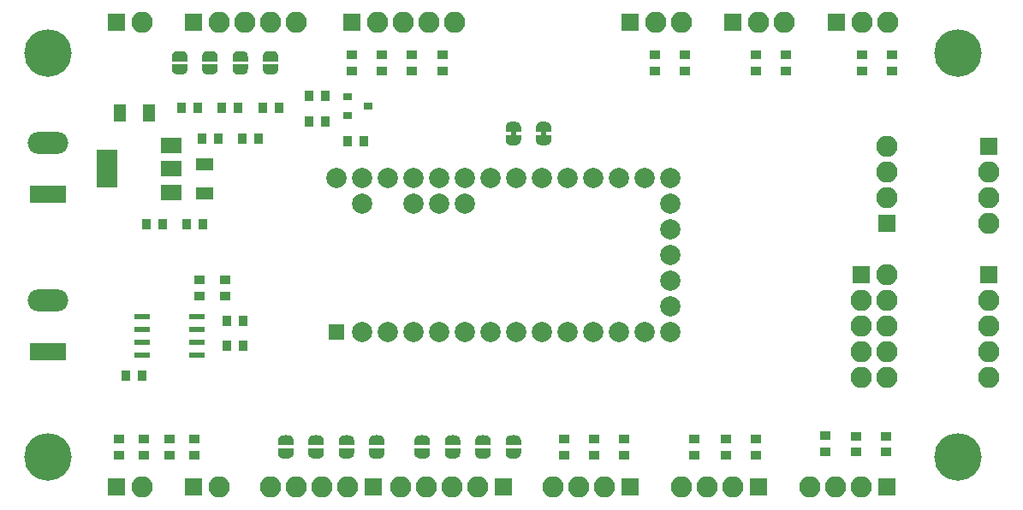
<source format=gts>
G04 #@! TF.GenerationSoftware,KiCad,Pcbnew,5.0.0-rc2-unknown-2cb65f9~65~ubuntu17.10.1*
G04 #@! TF.CreationDate,2018-06-03T22:22:17-07:00*
G04 #@! TF.ProjectId,mcu_controller,6D63755F636F6E74726F6C6C65722E6B,rev?*
G04 #@! TF.SameCoordinates,Original*
G04 #@! TF.FileFunction,Soldermask,Top*
G04 #@! TF.FilePolarity,Negative*
%FSLAX46Y46*%
G04 Gerber Fmt 4.6, Leading zero omitted, Abs format (unit mm)*
G04 Created by KiCad (PCBNEW 5.0.0-rc2-unknown-2cb65f9~65~ubuntu17.10.1) date Sun Jun  3 22:22:17 2018*
%MOMM*%
%LPD*%
G01*
G04 APERTURE LIST*
%ADD10R,1.700000X1.700000*%
%ADD11O,2.100000X2.100000*%
%ADD12R,1.000000X0.820000*%
%ADD13R,0.900000X0.800000*%
%ADD14R,2.000000X3.800000*%
%ADD15R,2.000000X1.500000*%
%ADD16R,1.500000X0.500000*%
%ADD17C,0.100000*%
%ADD18C,1.000000*%
%ADD19C,4.700000*%
%ADD20R,0.820000X1.000000*%
%ADD21R,1.220000X1.800000*%
%ADD22R,1.800000X1.220000*%
%ADD23R,3.600000X1.800000*%
%ADD24O,4.000000X2.200000*%
%ADD25R,0.600000X0.500000*%
%ADD26R,1.550000X0.600000*%
%ADD27R,1.600000X1.600000*%
%ADD28C,2.000000*%
G04 APERTURE END LIST*
D10*
G04 #@! TO.C,J20*
X185420000Y-127000000D03*
D11*
X187960000Y-127000000D03*
X185420000Y-129540000D03*
X187960000Y-129540000D03*
X185420000Y-132080000D03*
X187960000Y-132080000D03*
X185420000Y-134620000D03*
X187960000Y-134620000D03*
X185420000Y-137160000D03*
X187960000Y-137160000D03*
G04 #@! TD*
D12*
G04 #@! TO.C,R47*
X156000000Y-144800000D03*
X156000000Y-143200000D03*
G04 #@! TD*
G04 #@! TO.C,R46*
X168900000Y-143200000D03*
X168900000Y-144800000D03*
G04 #@! TD*
G04 #@! TO.C,R45*
X181900000Y-144500000D03*
X181900000Y-142900000D03*
G04 #@! TD*
D13*
G04 #@! TO.C,D2*
X134634394Y-109346305D03*
X134634394Y-111246305D03*
X136634394Y-110296305D03*
G04 #@! TD*
D14*
G04 #@! TO.C,U2*
X110850000Y-116500000D03*
D15*
X117150000Y-116500000D03*
X117150000Y-114200000D03*
X117150000Y-118800000D03*
G04 #@! TD*
D16*
G04 #@! TO.C,R29*
X148000000Y-143600000D03*
X148000000Y-144400000D03*
D17*
G36*
X148299009Y-144152407D02*
X148347545Y-144159606D01*
X148395142Y-144171529D01*
X148441342Y-144188059D01*
X148485698Y-144209038D01*
X148527785Y-144234264D01*
X148567197Y-144263494D01*
X148603553Y-144296446D01*
X148636505Y-144332802D01*
X148665735Y-144372214D01*
X148690961Y-144414301D01*
X148711940Y-144458657D01*
X148728470Y-144504857D01*
X148740393Y-144552454D01*
X148747592Y-144600990D01*
X148750000Y-144649999D01*
X148750000Y-144650001D01*
X148747592Y-144699010D01*
X148740393Y-144747546D01*
X148728470Y-144795143D01*
X148711940Y-144841343D01*
X148690961Y-144885699D01*
X148665735Y-144927786D01*
X148636505Y-144967198D01*
X148603553Y-145003554D01*
X148567197Y-145036506D01*
X148527785Y-145065736D01*
X148485698Y-145090962D01*
X148441342Y-145111941D01*
X148395142Y-145128471D01*
X148347545Y-145140394D01*
X148299009Y-145147593D01*
X148250000Y-145150001D01*
X147750000Y-145150001D01*
X147700991Y-145147593D01*
X147652455Y-145140394D01*
X147604858Y-145128471D01*
X147558658Y-145111941D01*
X147514302Y-145090962D01*
X147472215Y-145065736D01*
X147432803Y-145036506D01*
X147396447Y-145003554D01*
X147363495Y-144967198D01*
X147334265Y-144927786D01*
X147309039Y-144885699D01*
X147288060Y-144841343D01*
X147271530Y-144795143D01*
X147259607Y-144747546D01*
X147252408Y-144699010D01*
X147250000Y-144650001D01*
X147250000Y-144649999D01*
X147252408Y-144600990D01*
X147259607Y-144552454D01*
X147271530Y-144504857D01*
X147288060Y-144458657D01*
X147309039Y-144414301D01*
X147334265Y-144372214D01*
X147363495Y-144332802D01*
X147396447Y-144296446D01*
X147432803Y-144263494D01*
X147472215Y-144234264D01*
X147514302Y-144209038D01*
X147558658Y-144188059D01*
X147604858Y-144171529D01*
X147652455Y-144159606D01*
X147700991Y-144152407D01*
X147750000Y-144149999D01*
X148250000Y-144149999D01*
X148299009Y-144152407D01*
X148299009Y-144152407D01*
G37*
D18*
X148000000Y-144650000D03*
D17*
G36*
X148299009Y-142852407D02*
X148347545Y-142859606D01*
X148395142Y-142871529D01*
X148441342Y-142888059D01*
X148485698Y-142909038D01*
X148527785Y-142934264D01*
X148567197Y-142963494D01*
X148603553Y-142996446D01*
X148636505Y-143032802D01*
X148665735Y-143072214D01*
X148690961Y-143114301D01*
X148711940Y-143158657D01*
X148728470Y-143204857D01*
X148740393Y-143252454D01*
X148747592Y-143300990D01*
X148750000Y-143349999D01*
X148750000Y-143350001D01*
X148747592Y-143399010D01*
X148740393Y-143447546D01*
X148728470Y-143495143D01*
X148711940Y-143541343D01*
X148690961Y-143585699D01*
X148665735Y-143627786D01*
X148636505Y-143667198D01*
X148603553Y-143703554D01*
X148567197Y-143736506D01*
X148527785Y-143765736D01*
X148485698Y-143790962D01*
X148441342Y-143811941D01*
X148395142Y-143828471D01*
X148347545Y-143840394D01*
X148299009Y-143847593D01*
X148250000Y-143850001D01*
X147750000Y-143850001D01*
X147700991Y-143847593D01*
X147652455Y-143840394D01*
X147604858Y-143828471D01*
X147558658Y-143811941D01*
X147514302Y-143790962D01*
X147472215Y-143765736D01*
X147432803Y-143736506D01*
X147396447Y-143703554D01*
X147363495Y-143667198D01*
X147334265Y-143627786D01*
X147309039Y-143585699D01*
X147288060Y-143541343D01*
X147271530Y-143495143D01*
X147259607Y-143447546D01*
X147252408Y-143399010D01*
X147250000Y-143350001D01*
X147250000Y-143349999D01*
X147252408Y-143300990D01*
X147259607Y-143252454D01*
X147271530Y-143204857D01*
X147288060Y-143158657D01*
X147309039Y-143114301D01*
X147334265Y-143072214D01*
X147363495Y-143032802D01*
X147396447Y-142996446D01*
X147432803Y-142963494D01*
X147472215Y-142934264D01*
X147514302Y-142909038D01*
X147558658Y-142888059D01*
X147604858Y-142871529D01*
X147652455Y-142859606D01*
X147700991Y-142852407D01*
X147750000Y-142849999D01*
X148250000Y-142849999D01*
X148299009Y-142852407D01*
X148299009Y-142852407D01*
G37*
D18*
X148000000Y-143350000D03*
G04 #@! TD*
D17*
G04 #@! TO.C,R28*
G36*
X151299009Y-142852407D02*
X151347545Y-142859606D01*
X151395142Y-142871529D01*
X151441342Y-142888059D01*
X151485698Y-142909038D01*
X151527785Y-142934264D01*
X151567197Y-142963494D01*
X151603553Y-142996446D01*
X151636505Y-143032802D01*
X151665735Y-143072214D01*
X151690961Y-143114301D01*
X151711940Y-143158657D01*
X151728470Y-143204857D01*
X151740393Y-143252454D01*
X151747592Y-143300990D01*
X151750000Y-143349999D01*
X151750000Y-143350001D01*
X151747592Y-143399010D01*
X151740393Y-143447546D01*
X151728470Y-143495143D01*
X151711940Y-143541343D01*
X151690961Y-143585699D01*
X151665735Y-143627786D01*
X151636505Y-143667198D01*
X151603553Y-143703554D01*
X151567197Y-143736506D01*
X151527785Y-143765736D01*
X151485698Y-143790962D01*
X151441342Y-143811941D01*
X151395142Y-143828471D01*
X151347545Y-143840394D01*
X151299009Y-143847593D01*
X151250000Y-143850001D01*
X150750000Y-143850001D01*
X150700991Y-143847593D01*
X150652455Y-143840394D01*
X150604858Y-143828471D01*
X150558658Y-143811941D01*
X150514302Y-143790962D01*
X150472215Y-143765736D01*
X150432803Y-143736506D01*
X150396447Y-143703554D01*
X150363495Y-143667198D01*
X150334265Y-143627786D01*
X150309039Y-143585699D01*
X150288060Y-143541343D01*
X150271530Y-143495143D01*
X150259607Y-143447546D01*
X150252408Y-143399010D01*
X150250000Y-143350001D01*
X150250000Y-143349999D01*
X150252408Y-143300990D01*
X150259607Y-143252454D01*
X150271530Y-143204857D01*
X150288060Y-143158657D01*
X150309039Y-143114301D01*
X150334265Y-143072214D01*
X150363495Y-143032802D01*
X150396447Y-142996446D01*
X150432803Y-142963494D01*
X150472215Y-142934264D01*
X150514302Y-142909038D01*
X150558658Y-142888059D01*
X150604858Y-142871529D01*
X150652455Y-142859606D01*
X150700991Y-142852407D01*
X150750000Y-142849999D01*
X151250000Y-142849999D01*
X151299009Y-142852407D01*
X151299009Y-142852407D01*
G37*
D18*
X151000000Y-143350000D03*
D17*
G36*
X151299009Y-144152407D02*
X151347545Y-144159606D01*
X151395142Y-144171529D01*
X151441342Y-144188059D01*
X151485698Y-144209038D01*
X151527785Y-144234264D01*
X151567197Y-144263494D01*
X151603553Y-144296446D01*
X151636505Y-144332802D01*
X151665735Y-144372214D01*
X151690961Y-144414301D01*
X151711940Y-144458657D01*
X151728470Y-144504857D01*
X151740393Y-144552454D01*
X151747592Y-144600990D01*
X151750000Y-144649999D01*
X151750000Y-144650001D01*
X151747592Y-144699010D01*
X151740393Y-144747546D01*
X151728470Y-144795143D01*
X151711940Y-144841343D01*
X151690961Y-144885699D01*
X151665735Y-144927786D01*
X151636505Y-144967198D01*
X151603553Y-145003554D01*
X151567197Y-145036506D01*
X151527785Y-145065736D01*
X151485698Y-145090962D01*
X151441342Y-145111941D01*
X151395142Y-145128471D01*
X151347545Y-145140394D01*
X151299009Y-145147593D01*
X151250000Y-145150001D01*
X150750000Y-145150001D01*
X150700991Y-145147593D01*
X150652455Y-145140394D01*
X150604858Y-145128471D01*
X150558658Y-145111941D01*
X150514302Y-145090962D01*
X150472215Y-145065736D01*
X150432803Y-145036506D01*
X150396447Y-145003554D01*
X150363495Y-144967198D01*
X150334265Y-144927786D01*
X150309039Y-144885699D01*
X150288060Y-144841343D01*
X150271530Y-144795143D01*
X150259607Y-144747546D01*
X150252408Y-144699010D01*
X150250000Y-144650001D01*
X150250000Y-144649999D01*
X150252408Y-144600990D01*
X150259607Y-144552454D01*
X150271530Y-144504857D01*
X150288060Y-144458657D01*
X150309039Y-144414301D01*
X150334265Y-144372214D01*
X150363495Y-144332802D01*
X150396447Y-144296446D01*
X150432803Y-144263494D01*
X150472215Y-144234264D01*
X150514302Y-144209038D01*
X150558658Y-144188059D01*
X150604858Y-144171529D01*
X150652455Y-144159606D01*
X150700991Y-144152407D01*
X150750000Y-144149999D01*
X151250000Y-144149999D01*
X151299009Y-144152407D01*
X151299009Y-144152407D01*
G37*
D18*
X151000000Y-144650000D03*
D16*
X151000000Y-144400000D03*
X151000000Y-143600000D03*
G04 #@! TD*
G04 #@! TO.C,R7*
X118000000Y-105600000D03*
X118000000Y-106400000D03*
D17*
G36*
X118299009Y-106152407D02*
X118347545Y-106159606D01*
X118395142Y-106171529D01*
X118441342Y-106188059D01*
X118485698Y-106209038D01*
X118527785Y-106234264D01*
X118567197Y-106263494D01*
X118603553Y-106296446D01*
X118636505Y-106332802D01*
X118665735Y-106372214D01*
X118690961Y-106414301D01*
X118711940Y-106458657D01*
X118728470Y-106504857D01*
X118740393Y-106552454D01*
X118747592Y-106600990D01*
X118750000Y-106649999D01*
X118750000Y-106650001D01*
X118747592Y-106699010D01*
X118740393Y-106747546D01*
X118728470Y-106795143D01*
X118711940Y-106841343D01*
X118690961Y-106885699D01*
X118665735Y-106927786D01*
X118636505Y-106967198D01*
X118603553Y-107003554D01*
X118567197Y-107036506D01*
X118527785Y-107065736D01*
X118485698Y-107090962D01*
X118441342Y-107111941D01*
X118395142Y-107128471D01*
X118347545Y-107140394D01*
X118299009Y-107147593D01*
X118250000Y-107150001D01*
X117750000Y-107150001D01*
X117700991Y-107147593D01*
X117652455Y-107140394D01*
X117604858Y-107128471D01*
X117558658Y-107111941D01*
X117514302Y-107090962D01*
X117472215Y-107065736D01*
X117432803Y-107036506D01*
X117396447Y-107003554D01*
X117363495Y-106967198D01*
X117334265Y-106927786D01*
X117309039Y-106885699D01*
X117288060Y-106841343D01*
X117271530Y-106795143D01*
X117259607Y-106747546D01*
X117252408Y-106699010D01*
X117250000Y-106650001D01*
X117250000Y-106649999D01*
X117252408Y-106600990D01*
X117259607Y-106552454D01*
X117271530Y-106504857D01*
X117288060Y-106458657D01*
X117309039Y-106414301D01*
X117334265Y-106372214D01*
X117363495Y-106332802D01*
X117396447Y-106296446D01*
X117432803Y-106263494D01*
X117472215Y-106234264D01*
X117514302Y-106209038D01*
X117558658Y-106188059D01*
X117604858Y-106171529D01*
X117652455Y-106159606D01*
X117700991Y-106152407D01*
X117750000Y-106149999D01*
X118250000Y-106149999D01*
X118299009Y-106152407D01*
X118299009Y-106152407D01*
G37*
D18*
X118000000Y-106650000D03*
D17*
G36*
X118299009Y-104852407D02*
X118347545Y-104859606D01*
X118395142Y-104871529D01*
X118441342Y-104888059D01*
X118485698Y-104909038D01*
X118527785Y-104934264D01*
X118567197Y-104963494D01*
X118603553Y-104996446D01*
X118636505Y-105032802D01*
X118665735Y-105072214D01*
X118690961Y-105114301D01*
X118711940Y-105158657D01*
X118728470Y-105204857D01*
X118740393Y-105252454D01*
X118747592Y-105300990D01*
X118750000Y-105349999D01*
X118750000Y-105350001D01*
X118747592Y-105399010D01*
X118740393Y-105447546D01*
X118728470Y-105495143D01*
X118711940Y-105541343D01*
X118690961Y-105585699D01*
X118665735Y-105627786D01*
X118636505Y-105667198D01*
X118603553Y-105703554D01*
X118567197Y-105736506D01*
X118527785Y-105765736D01*
X118485698Y-105790962D01*
X118441342Y-105811941D01*
X118395142Y-105828471D01*
X118347545Y-105840394D01*
X118299009Y-105847593D01*
X118250000Y-105850001D01*
X117750000Y-105850001D01*
X117700991Y-105847593D01*
X117652455Y-105840394D01*
X117604858Y-105828471D01*
X117558658Y-105811941D01*
X117514302Y-105790962D01*
X117472215Y-105765736D01*
X117432803Y-105736506D01*
X117396447Y-105703554D01*
X117363495Y-105667198D01*
X117334265Y-105627786D01*
X117309039Y-105585699D01*
X117288060Y-105541343D01*
X117271530Y-105495143D01*
X117259607Y-105447546D01*
X117252408Y-105399010D01*
X117250000Y-105350001D01*
X117250000Y-105349999D01*
X117252408Y-105300990D01*
X117259607Y-105252454D01*
X117271530Y-105204857D01*
X117288060Y-105158657D01*
X117309039Y-105114301D01*
X117334265Y-105072214D01*
X117363495Y-105032802D01*
X117396447Y-104996446D01*
X117432803Y-104963494D01*
X117472215Y-104934264D01*
X117514302Y-104909038D01*
X117558658Y-104888059D01*
X117604858Y-104871529D01*
X117652455Y-104859606D01*
X117700991Y-104852407D01*
X117750000Y-104849999D01*
X118250000Y-104849999D01*
X118299009Y-104852407D01*
X118299009Y-104852407D01*
G37*
D18*
X118000000Y-105350000D03*
G04 #@! TD*
D17*
G04 #@! TO.C,R30*
G36*
X145299009Y-142852407D02*
X145347545Y-142859606D01*
X145395142Y-142871529D01*
X145441342Y-142888059D01*
X145485698Y-142909038D01*
X145527785Y-142934264D01*
X145567197Y-142963494D01*
X145603553Y-142996446D01*
X145636505Y-143032802D01*
X145665735Y-143072214D01*
X145690961Y-143114301D01*
X145711940Y-143158657D01*
X145728470Y-143204857D01*
X145740393Y-143252454D01*
X145747592Y-143300990D01*
X145750000Y-143349999D01*
X145750000Y-143350001D01*
X145747592Y-143399010D01*
X145740393Y-143447546D01*
X145728470Y-143495143D01*
X145711940Y-143541343D01*
X145690961Y-143585699D01*
X145665735Y-143627786D01*
X145636505Y-143667198D01*
X145603553Y-143703554D01*
X145567197Y-143736506D01*
X145527785Y-143765736D01*
X145485698Y-143790962D01*
X145441342Y-143811941D01*
X145395142Y-143828471D01*
X145347545Y-143840394D01*
X145299009Y-143847593D01*
X145250000Y-143850001D01*
X144750000Y-143850001D01*
X144700991Y-143847593D01*
X144652455Y-143840394D01*
X144604858Y-143828471D01*
X144558658Y-143811941D01*
X144514302Y-143790962D01*
X144472215Y-143765736D01*
X144432803Y-143736506D01*
X144396447Y-143703554D01*
X144363495Y-143667198D01*
X144334265Y-143627786D01*
X144309039Y-143585699D01*
X144288060Y-143541343D01*
X144271530Y-143495143D01*
X144259607Y-143447546D01*
X144252408Y-143399010D01*
X144250000Y-143350001D01*
X144250000Y-143349999D01*
X144252408Y-143300990D01*
X144259607Y-143252454D01*
X144271530Y-143204857D01*
X144288060Y-143158657D01*
X144309039Y-143114301D01*
X144334265Y-143072214D01*
X144363495Y-143032802D01*
X144396447Y-142996446D01*
X144432803Y-142963494D01*
X144472215Y-142934264D01*
X144514302Y-142909038D01*
X144558658Y-142888059D01*
X144604858Y-142871529D01*
X144652455Y-142859606D01*
X144700991Y-142852407D01*
X144750000Y-142849999D01*
X145250000Y-142849999D01*
X145299009Y-142852407D01*
X145299009Y-142852407D01*
G37*
D18*
X145000000Y-143350000D03*
D17*
G36*
X145299009Y-144152407D02*
X145347545Y-144159606D01*
X145395142Y-144171529D01*
X145441342Y-144188059D01*
X145485698Y-144209038D01*
X145527785Y-144234264D01*
X145567197Y-144263494D01*
X145603553Y-144296446D01*
X145636505Y-144332802D01*
X145665735Y-144372214D01*
X145690961Y-144414301D01*
X145711940Y-144458657D01*
X145728470Y-144504857D01*
X145740393Y-144552454D01*
X145747592Y-144600990D01*
X145750000Y-144649999D01*
X145750000Y-144650001D01*
X145747592Y-144699010D01*
X145740393Y-144747546D01*
X145728470Y-144795143D01*
X145711940Y-144841343D01*
X145690961Y-144885699D01*
X145665735Y-144927786D01*
X145636505Y-144967198D01*
X145603553Y-145003554D01*
X145567197Y-145036506D01*
X145527785Y-145065736D01*
X145485698Y-145090962D01*
X145441342Y-145111941D01*
X145395142Y-145128471D01*
X145347545Y-145140394D01*
X145299009Y-145147593D01*
X145250000Y-145150001D01*
X144750000Y-145150001D01*
X144700991Y-145147593D01*
X144652455Y-145140394D01*
X144604858Y-145128471D01*
X144558658Y-145111941D01*
X144514302Y-145090962D01*
X144472215Y-145065736D01*
X144432803Y-145036506D01*
X144396447Y-145003554D01*
X144363495Y-144967198D01*
X144334265Y-144927786D01*
X144309039Y-144885699D01*
X144288060Y-144841343D01*
X144271530Y-144795143D01*
X144259607Y-144747546D01*
X144252408Y-144699010D01*
X144250000Y-144650001D01*
X144250000Y-144649999D01*
X144252408Y-144600990D01*
X144259607Y-144552454D01*
X144271530Y-144504857D01*
X144288060Y-144458657D01*
X144309039Y-144414301D01*
X144334265Y-144372214D01*
X144363495Y-144332802D01*
X144396447Y-144296446D01*
X144432803Y-144263494D01*
X144472215Y-144234264D01*
X144514302Y-144209038D01*
X144558658Y-144188059D01*
X144604858Y-144171529D01*
X144652455Y-144159606D01*
X144700991Y-144152407D01*
X144750000Y-144149999D01*
X145250000Y-144149999D01*
X145299009Y-144152407D01*
X145299009Y-144152407D01*
G37*
D18*
X145000000Y-144650000D03*
D16*
X145000000Y-144400000D03*
X145000000Y-143600000D03*
G04 #@! TD*
G04 #@! TO.C,R31*
X142000000Y-143600000D03*
X142000000Y-144400000D03*
D17*
G36*
X142299009Y-144152407D02*
X142347545Y-144159606D01*
X142395142Y-144171529D01*
X142441342Y-144188059D01*
X142485698Y-144209038D01*
X142527785Y-144234264D01*
X142567197Y-144263494D01*
X142603553Y-144296446D01*
X142636505Y-144332802D01*
X142665735Y-144372214D01*
X142690961Y-144414301D01*
X142711940Y-144458657D01*
X142728470Y-144504857D01*
X142740393Y-144552454D01*
X142747592Y-144600990D01*
X142750000Y-144649999D01*
X142750000Y-144650001D01*
X142747592Y-144699010D01*
X142740393Y-144747546D01*
X142728470Y-144795143D01*
X142711940Y-144841343D01*
X142690961Y-144885699D01*
X142665735Y-144927786D01*
X142636505Y-144967198D01*
X142603553Y-145003554D01*
X142567197Y-145036506D01*
X142527785Y-145065736D01*
X142485698Y-145090962D01*
X142441342Y-145111941D01*
X142395142Y-145128471D01*
X142347545Y-145140394D01*
X142299009Y-145147593D01*
X142250000Y-145150001D01*
X141750000Y-145150001D01*
X141700991Y-145147593D01*
X141652455Y-145140394D01*
X141604858Y-145128471D01*
X141558658Y-145111941D01*
X141514302Y-145090962D01*
X141472215Y-145065736D01*
X141432803Y-145036506D01*
X141396447Y-145003554D01*
X141363495Y-144967198D01*
X141334265Y-144927786D01*
X141309039Y-144885699D01*
X141288060Y-144841343D01*
X141271530Y-144795143D01*
X141259607Y-144747546D01*
X141252408Y-144699010D01*
X141250000Y-144650001D01*
X141250000Y-144649999D01*
X141252408Y-144600990D01*
X141259607Y-144552454D01*
X141271530Y-144504857D01*
X141288060Y-144458657D01*
X141309039Y-144414301D01*
X141334265Y-144372214D01*
X141363495Y-144332802D01*
X141396447Y-144296446D01*
X141432803Y-144263494D01*
X141472215Y-144234264D01*
X141514302Y-144209038D01*
X141558658Y-144188059D01*
X141604858Y-144171529D01*
X141652455Y-144159606D01*
X141700991Y-144152407D01*
X141750000Y-144149999D01*
X142250000Y-144149999D01*
X142299009Y-144152407D01*
X142299009Y-144152407D01*
G37*
D18*
X142000000Y-144650000D03*
D17*
G36*
X142299009Y-142852407D02*
X142347545Y-142859606D01*
X142395142Y-142871529D01*
X142441342Y-142888059D01*
X142485698Y-142909038D01*
X142527785Y-142934264D01*
X142567197Y-142963494D01*
X142603553Y-142996446D01*
X142636505Y-143032802D01*
X142665735Y-143072214D01*
X142690961Y-143114301D01*
X142711940Y-143158657D01*
X142728470Y-143204857D01*
X142740393Y-143252454D01*
X142747592Y-143300990D01*
X142750000Y-143349999D01*
X142750000Y-143350001D01*
X142747592Y-143399010D01*
X142740393Y-143447546D01*
X142728470Y-143495143D01*
X142711940Y-143541343D01*
X142690961Y-143585699D01*
X142665735Y-143627786D01*
X142636505Y-143667198D01*
X142603553Y-143703554D01*
X142567197Y-143736506D01*
X142527785Y-143765736D01*
X142485698Y-143790962D01*
X142441342Y-143811941D01*
X142395142Y-143828471D01*
X142347545Y-143840394D01*
X142299009Y-143847593D01*
X142250000Y-143850001D01*
X141750000Y-143850001D01*
X141700991Y-143847593D01*
X141652455Y-143840394D01*
X141604858Y-143828471D01*
X141558658Y-143811941D01*
X141514302Y-143790962D01*
X141472215Y-143765736D01*
X141432803Y-143736506D01*
X141396447Y-143703554D01*
X141363495Y-143667198D01*
X141334265Y-143627786D01*
X141309039Y-143585699D01*
X141288060Y-143541343D01*
X141271530Y-143495143D01*
X141259607Y-143447546D01*
X141252408Y-143399010D01*
X141250000Y-143350001D01*
X141250000Y-143349999D01*
X141252408Y-143300990D01*
X141259607Y-143252454D01*
X141271530Y-143204857D01*
X141288060Y-143158657D01*
X141309039Y-143114301D01*
X141334265Y-143072214D01*
X141363495Y-143032802D01*
X141396447Y-142996446D01*
X141432803Y-142963494D01*
X141472215Y-142934264D01*
X141514302Y-142909038D01*
X141558658Y-142888059D01*
X141604858Y-142871529D01*
X141652455Y-142859606D01*
X141700991Y-142852407D01*
X141750000Y-142849999D01*
X142250000Y-142849999D01*
X142299009Y-142852407D01*
X142299009Y-142852407D01*
G37*
D18*
X142000000Y-143350000D03*
G04 #@! TD*
D17*
G04 #@! TO.C,R32*
G36*
X137799009Y-142852407D02*
X137847545Y-142859606D01*
X137895142Y-142871529D01*
X137941342Y-142888059D01*
X137985698Y-142909038D01*
X138027785Y-142934264D01*
X138067197Y-142963494D01*
X138103553Y-142996446D01*
X138136505Y-143032802D01*
X138165735Y-143072214D01*
X138190961Y-143114301D01*
X138211940Y-143158657D01*
X138228470Y-143204857D01*
X138240393Y-143252454D01*
X138247592Y-143300990D01*
X138250000Y-143349999D01*
X138250000Y-143350001D01*
X138247592Y-143399010D01*
X138240393Y-143447546D01*
X138228470Y-143495143D01*
X138211940Y-143541343D01*
X138190961Y-143585699D01*
X138165735Y-143627786D01*
X138136505Y-143667198D01*
X138103553Y-143703554D01*
X138067197Y-143736506D01*
X138027785Y-143765736D01*
X137985698Y-143790962D01*
X137941342Y-143811941D01*
X137895142Y-143828471D01*
X137847545Y-143840394D01*
X137799009Y-143847593D01*
X137750000Y-143850001D01*
X137250000Y-143850001D01*
X137200991Y-143847593D01*
X137152455Y-143840394D01*
X137104858Y-143828471D01*
X137058658Y-143811941D01*
X137014302Y-143790962D01*
X136972215Y-143765736D01*
X136932803Y-143736506D01*
X136896447Y-143703554D01*
X136863495Y-143667198D01*
X136834265Y-143627786D01*
X136809039Y-143585699D01*
X136788060Y-143541343D01*
X136771530Y-143495143D01*
X136759607Y-143447546D01*
X136752408Y-143399010D01*
X136750000Y-143350001D01*
X136750000Y-143349999D01*
X136752408Y-143300990D01*
X136759607Y-143252454D01*
X136771530Y-143204857D01*
X136788060Y-143158657D01*
X136809039Y-143114301D01*
X136834265Y-143072214D01*
X136863495Y-143032802D01*
X136896447Y-142996446D01*
X136932803Y-142963494D01*
X136972215Y-142934264D01*
X137014302Y-142909038D01*
X137058658Y-142888059D01*
X137104858Y-142871529D01*
X137152455Y-142859606D01*
X137200991Y-142852407D01*
X137250000Y-142849999D01*
X137750000Y-142849999D01*
X137799009Y-142852407D01*
X137799009Y-142852407D01*
G37*
D18*
X137500000Y-143350000D03*
D17*
G36*
X137799009Y-144152407D02*
X137847545Y-144159606D01*
X137895142Y-144171529D01*
X137941342Y-144188059D01*
X137985698Y-144209038D01*
X138027785Y-144234264D01*
X138067197Y-144263494D01*
X138103553Y-144296446D01*
X138136505Y-144332802D01*
X138165735Y-144372214D01*
X138190961Y-144414301D01*
X138211940Y-144458657D01*
X138228470Y-144504857D01*
X138240393Y-144552454D01*
X138247592Y-144600990D01*
X138250000Y-144649999D01*
X138250000Y-144650001D01*
X138247592Y-144699010D01*
X138240393Y-144747546D01*
X138228470Y-144795143D01*
X138211940Y-144841343D01*
X138190961Y-144885699D01*
X138165735Y-144927786D01*
X138136505Y-144967198D01*
X138103553Y-145003554D01*
X138067197Y-145036506D01*
X138027785Y-145065736D01*
X137985698Y-145090962D01*
X137941342Y-145111941D01*
X137895142Y-145128471D01*
X137847545Y-145140394D01*
X137799009Y-145147593D01*
X137750000Y-145150001D01*
X137250000Y-145150001D01*
X137200991Y-145147593D01*
X137152455Y-145140394D01*
X137104858Y-145128471D01*
X137058658Y-145111941D01*
X137014302Y-145090962D01*
X136972215Y-145065736D01*
X136932803Y-145036506D01*
X136896447Y-145003554D01*
X136863495Y-144967198D01*
X136834265Y-144927786D01*
X136809039Y-144885699D01*
X136788060Y-144841343D01*
X136771530Y-144795143D01*
X136759607Y-144747546D01*
X136752408Y-144699010D01*
X136750000Y-144650001D01*
X136750000Y-144649999D01*
X136752408Y-144600990D01*
X136759607Y-144552454D01*
X136771530Y-144504857D01*
X136788060Y-144458657D01*
X136809039Y-144414301D01*
X136834265Y-144372214D01*
X136863495Y-144332802D01*
X136896447Y-144296446D01*
X136932803Y-144263494D01*
X136972215Y-144234264D01*
X137014302Y-144209038D01*
X137058658Y-144188059D01*
X137104858Y-144171529D01*
X137152455Y-144159606D01*
X137200991Y-144152407D01*
X137250000Y-144149999D01*
X137750000Y-144149999D01*
X137799009Y-144152407D01*
X137799009Y-144152407D01*
G37*
D18*
X137500000Y-144650000D03*
D16*
X137500000Y-144400000D03*
X137500000Y-143600000D03*
G04 #@! TD*
G04 #@! TO.C,R33*
X134500000Y-143600000D03*
X134500000Y-144400000D03*
D17*
G36*
X134799009Y-144152407D02*
X134847545Y-144159606D01*
X134895142Y-144171529D01*
X134941342Y-144188059D01*
X134985698Y-144209038D01*
X135027785Y-144234264D01*
X135067197Y-144263494D01*
X135103553Y-144296446D01*
X135136505Y-144332802D01*
X135165735Y-144372214D01*
X135190961Y-144414301D01*
X135211940Y-144458657D01*
X135228470Y-144504857D01*
X135240393Y-144552454D01*
X135247592Y-144600990D01*
X135250000Y-144649999D01*
X135250000Y-144650001D01*
X135247592Y-144699010D01*
X135240393Y-144747546D01*
X135228470Y-144795143D01*
X135211940Y-144841343D01*
X135190961Y-144885699D01*
X135165735Y-144927786D01*
X135136505Y-144967198D01*
X135103553Y-145003554D01*
X135067197Y-145036506D01*
X135027785Y-145065736D01*
X134985698Y-145090962D01*
X134941342Y-145111941D01*
X134895142Y-145128471D01*
X134847545Y-145140394D01*
X134799009Y-145147593D01*
X134750000Y-145150001D01*
X134250000Y-145150001D01*
X134200991Y-145147593D01*
X134152455Y-145140394D01*
X134104858Y-145128471D01*
X134058658Y-145111941D01*
X134014302Y-145090962D01*
X133972215Y-145065736D01*
X133932803Y-145036506D01*
X133896447Y-145003554D01*
X133863495Y-144967198D01*
X133834265Y-144927786D01*
X133809039Y-144885699D01*
X133788060Y-144841343D01*
X133771530Y-144795143D01*
X133759607Y-144747546D01*
X133752408Y-144699010D01*
X133750000Y-144650001D01*
X133750000Y-144649999D01*
X133752408Y-144600990D01*
X133759607Y-144552454D01*
X133771530Y-144504857D01*
X133788060Y-144458657D01*
X133809039Y-144414301D01*
X133834265Y-144372214D01*
X133863495Y-144332802D01*
X133896447Y-144296446D01*
X133932803Y-144263494D01*
X133972215Y-144234264D01*
X134014302Y-144209038D01*
X134058658Y-144188059D01*
X134104858Y-144171529D01*
X134152455Y-144159606D01*
X134200991Y-144152407D01*
X134250000Y-144149999D01*
X134750000Y-144149999D01*
X134799009Y-144152407D01*
X134799009Y-144152407D01*
G37*
D18*
X134500000Y-144650000D03*
D17*
G36*
X134799009Y-142852407D02*
X134847545Y-142859606D01*
X134895142Y-142871529D01*
X134941342Y-142888059D01*
X134985698Y-142909038D01*
X135027785Y-142934264D01*
X135067197Y-142963494D01*
X135103553Y-142996446D01*
X135136505Y-143032802D01*
X135165735Y-143072214D01*
X135190961Y-143114301D01*
X135211940Y-143158657D01*
X135228470Y-143204857D01*
X135240393Y-143252454D01*
X135247592Y-143300990D01*
X135250000Y-143349999D01*
X135250000Y-143350001D01*
X135247592Y-143399010D01*
X135240393Y-143447546D01*
X135228470Y-143495143D01*
X135211940Y-143541343D01*
X135190961Y-143585699D01*
X135165735Y-143627786D01*
X135136505Y-143667198D01*
X135103553Y-143703554D01*
X135067197Y-143736506D01*
X135027785Y-143765736D01*
X134985698Y-143790962D01*
X134941342Y-143811941D01*
X134895142Y-143828471D01*
X134847545Y-143840394D01*
X134799009Y-143847593D01*
X134750000Y-143850001D01*
X134250000Y-143850001D01*
X134200991Y-143847593D01*
X134152455Y-143840394D01*
X134104858Y-143828471D01*
X134058658Y-143811941D01*
X134014302Y-143790962D01*
X133972215Y-143765736D01*
X133932803Y-143736506D01*
X133896447Y-143703554D01*
X133863495Y-143667198D01*
X133834265Y-143627786D01*
X133809039Y-143585699D01*
X133788060Y-143541343D01*
X133771530Y-143495143D01*
X133759607Y-143447546D01*
X133752408Y-143399010D01*
X133750000Y-143350001D01*
X133750000Y-143349999D01*
X133752408Y-143300990D01*
X133759607Y-143252454D01*
X133771530Y-143204857D01*
X133788060Y-143158657D01*
X133809039Y-143114301D01*
X133834265Y-143072214D01*
X133863495Y-143032802D01*
X133896447Y-142996446D01*
X133932803Y-142963494D01*
X133972215Y-142934264D01*
X134014302Y-142909038D01*
X134058658Y-142888059D01*
X134104858Y-142871529D01*
X134152455Y-142859606D01*
X134200991Y-142852407D01*
X134250000Y-142849999D01*
X134750000Y-142849999D01*
X134799009Y-142852407D01*
X134799009Y-142852407D01*
G37*
D18*
X134500000Y-143350000D03*
G04 #@! TD*
D17*
G04 #@! TO.C,R34*
G36*
X131799009Y-142852407D02*
X131847545Y-142859606D01*
X131895142Y-142871529D01*
X131941342Y-142888059D01*
X131985698Y-142909038D01*
X132027785Y-142934264D01*
X132067197Y-142963494D01*
X132103553Y-142996446D01*
X132136505Y-143032802D01*
X132165735Y-143072214D01*
X132190961Y-143114301D01*
X132211940Y-143158657D01*
X132228470Y-143204857D01*
X132240393Y-143252454D01*
X132247592Y-143300990D01*
X132250000Y-143349999D01*
X132250000Y-143350001D01*
X132247592Y-143399010D01*
X132240393Y-143447546D01*
X132228470Y-143495143D01*
X132211940Y-143541343D01*
X132190961Y-143585699D01*
X132165735Y-143627786D01*
X132136505Y-143667198D01*
X132103553Y-143703554D01*
X132067197Y-143736506D01*
X132027785Y-143765736D01*
X131985698Y-143790962D01*
X131941342Y-143811941D01*
X131895142Y-143828471D01*
X131847545Y-143840394D01*
X131799009Y-143847593D01*
X131750000Y-143850001D01*
X131250000Y-143850001D01*
X131200991Y-143847593D01*
X131152455Y-143840394D01*
X131104858Y-143828471D01*
X131058658Y-143811941D01*
X131014302Y-143790962D01*
X130972215Y-143765736D01*
X130932803Y-143736506D01*
X130896447Y-143703554D01*
X130863495Y-143667198D01*
X130834265Y-143627786D01*
X130809039Y-143585699D01*
X130788060Y-143541343D01*
X130771530Y-143495143D01*
X130759607Y-143447546D01*
X130752408Y-143399010D01*
X130750000Y-143350001D01*
X130750000Y-143349999D01*
X130752408Y-143300990D01*
X130759607Y-143252454D01*
X130771530Y-143204857D01*
X130788060Y-143158657D01*
X130809039Y-143114301D01*
X130834265Y-143072214D01*
X130863495Y-143032802D01*
X130896447Y-142996446D01*
X130932803Y-142963494D01*
X130972215Y-142934264D01*
X131014302Y-142909038D01*
X131058658Y-142888059D01*
X131104858Y-142871529D01*
X131152455Y-142859606D01*
X131200991Y-142852407D01*
X131250000Y-142849999D01*
X131750000Y-142849999D01*
X131799009Y-142852407D01*
X131799009Y-142852407D01*
G37*
D18*
X131500000Y-143350000D03*
D17*
G36*
X131799009Y-144152407D02*
X131847545Y-144159606D01*
X131895142Y-144171529D01*
X131941342Y-144188059D01*
X131985698Y-144209038D01*
X132027785Y-144234264D01*
X132067197Y-144263494D01*
X132103553Y-144296446D01*
X132136505Y-144332802D01*
X132165735Y-144372214D01*
X132190961Y-144414301D01*
X132211940Y-144458657D01*
X132228470Y-144504857D01*
X132240393Y-144552454D01*
X132247592Y-144600990D01*
X132250000Y-144649999D01*
X132250000Y-144650001D01*
X132247592Y-144699010D01*
X132240393Y-144747546D01*
X132228470Y-144795143D01*
X132211940Y-144841343D01*
X132190961Y-144885699D01*
X132165735Y-144927786D01*
X132136505Y-144967198D01*
X132103553Y-145003554D01*
X132067197Y-145036506D01*
X132027785Y-145065736D01*
X131985698Y-145090962D01*
X131941342Y-145111941D01*
X131895142Y-145128471D01*
X131847545Y-145140394D01*
X131799009Y-145147593D01*
X131750000Y-145150001D01*
X131250000Y-145150001D01*
X131200991Y-145147593D01*
X131152455Y-145140394D01*
X131104858Y-145128471D01*
X131058658Y-145111941D01*
X131014302Y-145090962D01*
X130972215Y-145065736D01*
X130932803Y-145036506D01*
X130896447Y-145003554D01*
X130863495Y-144967198D01*
X130834265Y-144927786D01*
X130809039Y-144885699D01*
X130788060Y-144841343D01*
X130771530Y-144795143D01*
X130759607Y-144747546D01*
X130752408Y-144699010D01*
X130750000Y-144650001D01*
X130750000Y-144649999D01*
X130752408Y-144600990D01*
X130759607Y-144552454D01*
X130771530Y-144504857D01*
X130788060Y-144458657D01*
X130809039Y-144414301D01*
X130834265Y-144372214D01*
X130863495Y-144332802D01*
X130896447Y-144296446D01*
X130932803Y-144263494D01*
X130972215Y-144234264D01*
X131014302Y-144209038D01*
X131058658Y-144188059D01*
X131104858Y-144171529D01*
X131152455Y-144159606D01*
X131200991Y-144152407D01*
X131250000Y-144149999D01*
X131750000Y-144149999D01*
X131799009Y-144152407D01*
X131799009Y-144152407D01*
G37*
D18*
X131500000Y-144650000D03*
D16*
X131500000Y-144400000D03*
X131500000Y-143600000D03*
G04 #@! TD*
G04 #@! TO.C,R18*
X127000000Y-105600000D03*
X127000000Y-106400000D03*
D17*
G36*
X127299009Y-106152407D02*
X127347545Y-106159606D01*
X127395142Y-106171529D01*
X127441342Y-106188059D01*
X127485698Y-106209038D01*
X127527785Y-106234264D01*
X127567197Y-106263494D01*
X127603553Y-106296446D01*
X127636505Y-106332802D01*
X127665735Y-106372214D01*
X127690961Y-106414301D01*
X127711940Y-106458657D01*
X127728470Y-106504857D01*
X127740393Y-106552454D01*
X127747592Y-106600990D01*
X127750000Y-106649999D01*
X127750000Y-106650001D01*
X127747592Y-106699010D01*
X127740393Y-106747546D01*
X127728470Y-106795143D01*
X127711940Y-106841343D01*
X127690961Y-106885699D01*
X127665735Y-106927786D01*
X127636505Y-106967198D01*
X127603553Y-107003554D01*
X127567197Y-107036506D01*
X127527785Y-107065736D01*
X127485698Y-107090962D01*
X127441342Y-107111941D01*
X127395142Y-107128471D01*
X127347545Y-107140394D01*
X127299009Y-107147593D01*
X127250000Y-107150001D01*
X126750000Y-107150001D01*
X126700991Y-107147593D01*
X126652455Y-107140394D01*
X126604858Y-107128471D01*
X126558658Y-107111941D01*
X126514302Y-107090962D01*
X126472215Y-107065736D01*
X126432803Y-107036506D01*
X126396447Y-107003554D01*
X126363495Y-106967198D01*
X126334265Y-106927786D01*
X126309039Y-106885699D01*
X126288060Y-106841343D01*
X126271530Y-106795143D01*
X126259607Y-106747546D01*
X126252408Y-106699010D01*
X126250000Y-106650001D01*
X126250000Y-106649999D01*
X126252408Y-106600990D01*
X126259607Y-106552454D01*
X126271530Y-106504857D01*
X126288060Y-106458657D01*
X126309039Y-106414301D01*
X126334265Y-106372214D01*
X126363495Y-106332802D01*
X126396447Y-106296446D01*
X126432803Y-106263494D01*
X126472215Y-106234264D01*
X126514302Y-106209038D01*
X126558658Y-106188059D01*
X126604858Y-106171529D01*
X126652455Y-106159606D01*
X126700991Y-106152407D01*
X126750000Y-106149999D01*
X127250000Y-106149999D01*
X127299009Y-106152407D01*
X127299009Y-106152407D01*
G37*
D18*
X127000000Y-106650000D03*
D17*
G36*
X127299009Y-104852407D02*
X127347545Y-104859606D01*
X127395142Y-104871529D01*
X127441342Y-104888059D01*
X127485698Y-104909038D01*
X127527785Y-104934264D01*
X127567197Y-104963494D01*
X127603553Y-104996446D01*
X127636505Y-105032802D01*
X127665735Y-105072214D01*
X127690961Y-105114301D01*
X127711940Y-105158657D01*
X127728470Y-105204857D01*
X127740393Y-105252454D01*
X127747592Y-105300990D01*
X127750000Y-105349999D01*
X127750000Y-105350001D01*
X127747592Y-105399010D01*
X127740393Y-105447546D01*
X127728470Y-105495143D01*
X127711940Y-105541343D01*
X127690961Y-105585699D01*
X127665735Y-105627786D01*
X127636505Y-105667198D01*
X127603553Y-105703554D01*
X127567197Y-105736506D01*
X127527785Y-105765736D01*
X127485698Y-105790962D01*
X127441342Y-105811941D01*
X127395142Y-105828471D01*
X127347545Y-105840394D01*
X127299009Y-105847593D01*
X127250000Y-105850001D01*
X126750000Y-105850001D01*
X126700991Y-105847593D01*
X126652455Y-105840394D01*
X126604858Y-105828471D01*
X126558658Y-105811941D01*
X126514302Y-105790962D01*
X126472215Y-105765736D01*
X126432803Y-105736506D01*
X126396447Y-105703554D01*
X126363495Y-105667198D01*
X126334265Y-105627786D01*
X126309039Y-105585699D01*
X126288060Y-105541343D01*
X126271530Y-105495143D01*
X126259607Y-105447546D01*
X126252408Y-105399010D01*
X126250000Y-105350001D01*
X126250000Y-105349999D01*
X126252408Y-105300990D01*
X126259607Y-105252454D01*
X126271530Y-105204857D01*
X126288060Y-105158657D01*
X126309039Y-105114301D01*
X126334265Y-105072214D01*
X126363495Y-105032802D01*
X126396447Y-104996446D01*
X126432803Y-104963494D01*
X126472215Y-104934264D01*
X126514302Y-104909038D01*
X126558658Y-104888059D01*
X126604858Y-104871529D01*
X126652455Y-104859606D01*
X126700991Y-104852407D01*
X126750000Y-104849999D01*
X127250000Y-104849999D01*
X127299009Y-104852407D01*
X127299009Y-104852407D01*
G37*
D18*
X127000000Y-105350000D03*
G04 #@! TD*
D17*
G04 #@! TO.C,R9*
G36*
X121299009Y-104852407D02*
X121347545Y-104859606D01*
X121395142Y-104871529D01*
X121441342Y-104888059D01*
X121485698Y-104909038D01*
X121527785Y-104934264D01*
X121567197Y-104963494D01*
X121603553Y-104996446D01*
X121636505Y-105032802D01*
X121665735Y-105072214D01*
X121690961Y-105114301D01*
X121711940Y-105158657D01*
X121728470Y-105204857D01*
X121740393Y-105252454D01*
X121747592Y-105300990D01*
X121750000Y-105349999D01*
X121750000Y-105350001D01*
X121747592Y-105399010D01*
X121740393Y-105447546D01*
X121728470Y-105495143D01*
X121711940Y-105541343D01*
X121690961Y-105585699D01*
X121665735Y-105627786D01*
X121636505Y-105667198D01*
X121603553Y-105703554D01*
X121567197Y-105736506D01*
X121527785Y-105765736D01*
X121485698Y-105790962D01*
X121441342Y-105811941D01*
X121395142Y-105828471D01*
X121347545Y-105840394D01*
X121299009Y-105847593D01*
X121250000Y-105850001D01*
X120750000Y-105850001D01*
X120700991Y-105847593D01*
X120652455Y-105840394D01*
X120604858Y-105828471D01*
X120558658Y-105811941D01*
X120514302Y-105790962D01*
X120472215Y-105765736D01*
X120432803Y-105736506D01*
X120396447Y-105703554D01*
X120363495Y-105667198D01*
X120334265Y-105627786D01*
X120309039Y-105585699D01*
X120288060Y-105541343D01*
X120271530Y-105495143D01*
X120259607Y-105447546D01*
X120252408Y-105399010D01*
X120250000Y-105350001D01*
X120250000Y-105349999D01*
X120252408Y-105300990D01*
X120259607Y-105252454D01*
X120271530Y-105204857D01*
X120288060Y-105158657D01*
X120309039Y-105114301D01*
X120334265Y-105072214D01*
X120363495Y-105032802D01*
X120396447Y-104996446D01*
X120432803Y-104963494D01*
X120472215Y-104934264D01*
X120514302Y-104909038D01*
X120558658Y-104888059D01*
X120604858Y-104871529D01*
X120652455Y-104859606D01*
X120700991Y-104852407D01*
X120750000Y-104849999D01*
X121250000Y-104849999D01*
X121299009Y-104852407D01*
X121299009Y-104852407D01*
G37*
D18*
X121000000Y-105350000D03*
D17*
G36*
X121299009Y-106152407D02*
X121347545Y-106159606D01*
X121395142Y-106171529D01*
X121441342Y-106188059D01*
X121485698Y-106209038D01*
X121527785Y-106234264D01*
X121567197Y-106263494D01*
X121603553Y-106296446D01*
X121636505Y-106332802D01*
X121665735Y-106372214D01*
X121690961Y-106414301D01*
X121711940Y-106458657D01*
X121728470Y-106504857D01*
X121740393Y-106552454D01*
X121747592Y-106600990D01*
X121750000Y-106649999D01*
X121750000Y-106650001D01*
X121747592Y-106699010D01*
X121740393Y-106747546D01*
X121728470Y-106795143D01*
X121711940Y-106841343D01*
X121690961Y-106885699D01*
X121665735Y-106927786D01*
X121636505Y-106967198D01*
X121603553Y-107003554D01*
X121567197Y-107036506D01*
X121527785Y-107065736D01*
X121485698Y-107090962D01*
X121441342Y-107111941D01*
X121395142Y-107128471D01*
X121347545Y-107140394D01*
X121299009Y-107147593D01*
X121250000Y-107150001D01*
X120750000Y-107150001D01*
X120700991Y-107147593D01*
X120652455Y-107140394D01*
X120604858Y-107128471D01*
X120558658Y-107111941D01*
X120514302Y-107090962D01*
X120472215Y-107065736D01*
X120432803Y-107036506D01*
X120396447Y-107003554D01*
X120363495Y-106967198D01*
X120334265Y-106927786D01*
X120309039Y-106885699D01*
X120288060Y-106841343D01*
X120271530Y-106795143D01*
X120259607Y-106747546D01*
X120252408Y-106699010D01*
X120250000Y-106650001D01*
X120250000Y-106649999D01*
X120252408Y-106600990D01*
X120259607Y-106552454D01*
X120271530Y-106504857D01*
X120288060Y-106458657D01*
X120309039Y-106414301D01*
X120334265Y-106372214D01*
X120363495Y-106332802D01*
X120396447Y-106296446D01*
X120432803Y-106263494D01*
X120472215Y-106234264D01*
X120514302Y-106209038D01*
X120558658Y-106188059D01*
X120604858Y-106171529D01*
X120652455Y-106159606D01*
X120700991Y-106152407D01*
X120750000Y-106149999D01*
X121250000Y-106149999D01*
X121299009Y-106152407D01*
X121299009Y-106152407D01*
G37*
D18*
X121000000Y-106650000D03*
D16*
X121000000Y-106400000D03*
X121000000Y-105600000D03*
G04 #@! TD*
G04 #@! TO.C,R15*
X124000000Y-105600000D03*
X124000000Y-106400000D03*
D17*
G36*
X124299009Y-106152407D02*
X124347545Y-106159606D01*
X124395142Y-106171529D01*
X124441342Y-106188059D01*
X124485698Y-106209038D01*
X124527785Y-106234264D01*
X124567197Y-106263494D01*
X124603553Y-106296446D01*
X124636505Y-106332802D01*
X124665735Y-106372214D01*
X124690961Y-106414301D01*
X124711940Y-106458657D01*
X124728470Y-106504857D01*
X124740393Y-106552454D01*
X124747592Y-106600990D01*
X124750000Y-106649999D01*
X124750000Y-106650001D01*
X124747592Y-106699010D01*
X124740393Y-106747546D01*
X124728470Y-106795143D01*
X124711940Y-106841343D01*
X124690961Y-106885699D01*
X124665735Y-106927786D01*
X124636505Y-106967198D01*
X124603553Y-107003554D01*
X124567197Y-107036506D01*
X124527785Y-107065736D01*
X124485698Y-107090962D01*
X124441342Y-107111941D01*
X124395142Y-107128471D01*
X124347545Y-107140394D01*
X124299009Y-107147593D01*
X124250000Y-107150001D01*
X123750000Y-107150001D01*
X123700991Y-107147593D01*
X123652455Y-107140394D01*
X123604858Y-107128471D01*
X123558658Y-107111941D01*
X123514302Y-107090962D01*
X123472215Y-107065736D01*
X123432803Y-107036506D01*
X123396447Y-107003554D01*
X123363495Y-106967198D01*
X123334265Y-106927786D01*
X123309039Y-106885699D01*
X123288060Y-106841343D01*
X123271530Y-106795143D01*
X123259607Y-106747546D01*
X123252408Y-106699010D01*
X123250000Y-106650001D01*
X123250000Y-106649999D01*
X123252408Y-106600990D01*
X123259607Y-106552454D01*
X123271530Y-106504857D01*
X123288060Y-106458657D01*
X123309039Y-106414301D01*
X123334265Y-106372214D01*
X123363495Y-106332802D01*
X123396447Y-106296446D01*
X123432803Y-106263494D01*
X123472215Y-106234264D01*
X123514302Y-106209038D01*
X123558658Y-106188059D01*
X123604858Y-106171529D01*
X123652455Y-106159606D01*
X123700991Y-106152407D01*
X123750000Y-106149999D01*
X124250000Y-106149999D01*
X124299009Y-106152407D01*
X124299009Y-106152407D01*
G37*
D18*
X124000000Y-106650000D03*
D17*
G36*
X124299009Y-104852407D02*
X124347545Y-104859606D01*
X124395142Y-104871529D01*
X124441342Y-104888059D01*
X124485698Y-104909038D01*
X124527785Y-104934264D01*
X124567197Y-104963494D01*
X124603553Y-104996446D01*
X124636505Y-105032802D01*
X124665735Y-105072214D01*
X124690961Y-105114301D01*
X124711940Y-105158657D01*
X124728470Y-105204857D01*
X124740393Y-105252454D01*
X124747592Y-105300990D01*
X124750000Y-105349999D01*
X124750000Y-105350001D01*
X124747592Y-105399010D01*
X124740393Y-105447546D01*
X124728470Y-105495143D01*
X124711940Y-105541343D01*
X124690961Y-105585699D01*
X124665735Y-105627786D01*
X124636505Y-105667198D01*
X124603553Y-105703554D01*
X124567197Y-105736506D01*
X124527785Y-105765736D01*
X124485698Y-105790962D01*
X124441342Y-105811941D01*
X124395142Y-105828471D01*
X124347545Y-105840394D01*
X124299009Y-105847593D01*
X124250000Y-105850001D01*
X123750000Y-105850001D01*
X123700991Y-105847593D01*
X123652455Y-105840394D01*
X123604858Y-105828471D01*
X123558658Y-105811941D01*
X123514302Y-105790962D01*
X123472215Y-105765736D01*
X123432803Y-105736506D01*
X123396447Y-105703554D01*
X123363495Y-105667198D01*
X123334265Y-105627786D01*
X123309039Y-105585699D01*
X123288060Y-105541343D01*
X123271530Y-105495143D01*
X123259607Y-105447546D01*
X123252408Y-105399010D01*
X123250000Y-105350001D01*
X123250000Y-105349999D01*
X123252408Y-105300990D01*
X123259607Y-105252454D01*
X123271530Y-105204857D01*
X123288060Y-105158657D01*
X123309039Y-105114301D01*
X123334265Y-105072214D01*
X123363495Y-105032802D01*
X123396447Y-104996446D01*
X123432803Y-104963494D01*
X123472215Y-104934264D01*
X123514302Y-104909038D01*
X123558658Y-104888059D01*
X123604858Y-104871529D01*
X123652455Y-104859606D01*
X123700991Y-104852407D01*
X123750000Y-104849999D01*
X124250000Y-104849999D01*
X124299009Y-104852407D01*
X124299009Y-104852407D01*
G37*
D18*
X124000000Y-105350000D03*
G04 #@! TD*
D17*
G04 #@! TO.C,R35*
G36*
X128799009Y-142852407D02*
X128847545Y-142859606D01*
X128895142Y-142871529D01*
X128941342Y-142888059D01*
X128985698Y-142909038D01*
X129027785Y-142934264D01*
X129067197Y-142963494D01*
X129103553Y-142996446D01*
X129136505Y-143032802D01*
X129165735Y-143072214D01*
X129190961Y-143114301D01*
X129211940Y-143158657D01*
X129228470Y-143204857D01*
X129240393Y-143252454D01*
X129247592Y-143300990D01*
X129250000Y-143349999D01*
X129250000Y-143350001D01*
X129247592Y-143399010D01*
X129240393Y-143447546D01*
X129228470Y-143495143D01*
X129211940Y-143541343D01*
X129190961Y-143585699D01*
X129165735Y-143627786D01*
X129136505Y-143667198D01*
X129103553Y-143703554D01*
X129067197Y-143736506D01*
X129027785Y-143765736D01*
X128985698Y-143790962D01*
X128941342Y-143811941D01*
X128895142Y-143828471D01*
X128847545Y-143840394D01*
X128799009Y-143847593D01*
X128750000Y-143850001D01*
X128250000Y-143850001D01*
X128200991Y-143847593D01*
X128152455Y-143840394D01*
X128104858Y-143828471D01*
X128058658Y-143811941D01*
X128014302Y-143790962D01*
X127972215Y-143765736D01*
X127932803Y-143736506D01*
X127896447Y-143703554D01*
X127863495Y-143667198D01*
X127834265Y-143627786D01*
X127809039Y-143585699D01*
X127788060Y-143541343D01*
X127771530Y-143495143D01*
X127759607Y-143447546D01*
X127752408Y-143399010D01*
X127750000Y-143350001D01*
X127750000Y-143349999D01*
X127752408Y-143300990D01*
X127759607Y-143252454D01*
X127771530Y-143204857D01*
X127788060Y-143158657D01*
X127809039Y-143114301D01*
X127834265Y-143072214D01*
X127863495Y-143032802D01*
X127896447Y-142996446D01*
X127932803Y-142963494D01*
X127972215Y-142934264D01*
X128014302Y-142909038D01*
X128058658Y-142888059D01*
X128104858Y-142871529D01*
X128152455Y-142859606D01*
X128200991Y-142852407D01*
X128250000Y-142849999D01*
X128750000Y-142849999D01*
X128799009Y-142852407D01*
X128799009Y-142852407D01*
G37*
D18*
X128500000Y-143350000D03*
D17*
G36*
X128799009Y-144152407D02*
X128847545Y-144159606D01*
X128895142Y-144171529D01*
X128941342Y-144188059D01*
X128985698Y-144209038D01*
X129027785Y-144234264D01*
X129067197Y-144263494D01*
X129103553Y-144296446D01*
X129136505Y-144332802D01*
X129165735Y-144372214D01*
X129190961Y-144414301D01*
X129211940Y-144458657D01*
X129228470Y-144504857D01*
X129240393Y-144552454D01*
X129247592Y-144600990D01*
X129250000Y-144649999D01*
X129250000Y-144650001D01*
X129247592Y-144699010D01*
X129240393Y-144747546D01*
X129228470Y-144795143D01*
X129211940Y-144841343D01*
X129190961Y-144885699D01*
X129165735Y-144927786D01*
X129136505Y-144967198D01*
X129103553Y-145003554D01*
X129067197Y-145036506D01*
X129027785Y-145065736D01*
X128985698Y-145090962D01*
X128941342Y-145111941D01*
X128895142Y-145128471D01*
X128847545Y-145140394D01*
X128799009Y-145147593D01*
X128750000Y-145150001D01*
X128250000Y-145150001D01*
X128200991Y-145147593D01*
X128152455Y-145140394D01*
X128104858Y-145128471D01*
X128058658Y-145111941D01*
X128014302Y-145090962D01*
X127972215Y-145065736D01*
X127932803Y-145036506D01*
X127896447Y-145003554D01*
X127863495Y-144967198D01*
X127834265Y-144927786D01*
X127809039Y-144885699D01*
X127788060Y-144841343D01*
X127771530Y-144795143D01*
X127759607Y-144747546D01*
X127752408Y-144699010D01*
X127750000Y-144650001D01*
X127750000Y-144649999D01*
X127752408Y-144600990D01*
X127759607Y-144552454D01*
X127771530Y-144504857D01*
X127788060Y-144458657D01*
X127809039Y-144414301D01*
X127834265Y-144372214D01*
X127863495Y-144332802D01*
X127896447Y-144296446D01*
X127932803Y-144263494D01*
X127972215Y-144234264D01*
X128014302Y-144209038D01*
X128058658Y-144188059D01*
X128104858Y-144171529D01*
X128152455Y-144159606D01*
X128200991Y-144152407D01*
X128250000Y-144149999D01*
X128750000Y-144149999D01*
X128799009Y-144152407D01*
X128799009Y-144152407D01*
G37*
D18*
X128500000Y-144650000D03*
D16*
X128500000Y-144400000D03*
X128500000Y-143600000D03*
G04 #@! TD*
D19*
G04 #@! TO.C,MK4*
X195000000Y-105000000D03*
G04 #@! TD*
G04 #@! TO.C,MK1*
X195000000Y-145000000D03*
G04 #@! TD*
G04 #@! TO.C,MK2*
X105000000Y-105000000D03*
G04 #@! TD*
G04 #@! TO.C,MK3*
X105000000Y-145000000D03*
G04 #@! TD*
D20*
G04 #@! TO.C,C2*
X112700000Y-137000000D03*
X114300000Y-137000000D03*
G04 #@! TD*
D21*
G04 #@! TO.C,C1*
X112070000Y-111000000D03*
X114930000Y-111000000D03*
G04 #@! TD*
D22*
G04 #@! TO.C,C3*
X120500000Y-118930000D03*
X120500000Y-116070000D03*
G04 #@! TD*
D23*
G04 #@! TO.C,J1*
X105000000Y-119000000D03*
D24*
X105000000Y-113920000D03*
G04 #@! TD*
D23*
G04 #@! TO.C,J2*
X105000000Y-134620000D03*
D24*
X105000000Y-129540000D03*
G04 #@! TD*
D11*
G04 #@! TO.C,SW1*
X114300000Y-102000000D03*
D10*
X111760000Y-102000000D03*
G04 #@! TD*
D11*
G04 #@! TO.C,J16*
X121920000Y-148000000D03*
D10*
X119380000Y-148000000D03*
G04 #@! TD*
G04 #@! TO.C,J17*
X111760000Y-148000000D03*
D11*
X114300000Y-148000000D03*
G04 #@! TD*
D10*
G04 #@! TO.C,J4*
X172720000Y-102000000D03*
D11*
X175260000Y-102000000D03*
X177800000Y-102000000D03*
G04 #@! TD*
G04 #@! TO.C,J5*
X167640000Y-102000000D03*
X165100000Y-102000000D03*
D10*
X162560000Y-102000000D03*
G04 #@! TD*
G04 #@! TO.C,J3*
X183000000Y-102000000D03*
D11*
X185540000Y-102000000D03*
X188080000Y-102000000D03*
G04 #@! TD*
D10*
G04 #@! TO.C,J12*
X187960000Y-121920000D03*
D11*
X187960000Y-119380000D03*
X187960000Y-116840000D03*
X187960000Y-114300000D03*
G04 #@! TD*
G04 #@! TO.C,J19*
X198000000Y-121920000D03*
X198000000Y-119380000D03*
X198000000Y-116840000D03*
D10*
X198000000Y-114300000D03*
G04 #@! TD*
G04 #@! TO.C,J15*
X162560000Y-148000000D03*
D11*
X160020000Y-148000000D03*
X157480000Y-148000000D03*
X154940000Y-148000000D03*
G04 #@! TD*
G04 #@! TO.C,J14*
X167640000Y-148000000D03*
X170180000Y-148000000D03*
X172720000Y-148000000D03*
D10*
X175260000Y-148000000D03*
G04 #@! TD*
G04 #@! TO.C,J13*
X187960000Y-148000000D03*
D11*
X185420000Y-148000000D03*
X182880000Y-148000000D03*
X180340000Y-148000000D03*
G04 #@! TD*
D10*
G04 #@! TO.C,J11*
X198000000Y-127000000D03*
D11*
X198000000Y-129540000D03*
X198000000Y-132080000D03*
X198000000Y-134620000D03*
X198000000Y-137160000D03*
G04 #@! TD*
G04 #@! TO.C,J10*
X127000000Y-148000000D03*
X129540000Y-148000000D03*
X132080000Y-148000000D03*
X134620000Y-148000000D03*
D10*
X137160000Y-148000000D03*
G04 #@! TD*
G04 #@! TO.C,J7*
X119380000Y-102000000D03*
D11*
X121920000Y-102000000D03*
X124460000Y-102000000D03*
X127000000Y-102000000D03*
X129540000Y-102000000D03*
G04 #@! TD*
G04 #@! TO.C,J6*
X145160000Y-102000000D03*
X142620000Y-102000000D03*
X140080000Y-102000000D03*
X137540000Y-102000000D03*
D10*
X135000000Y-102000000D03*
G04 #@! TD*
G04 #@! TO.C,J9*
X150000000Y-148000000D03*
D11*
X147460000Y-148000000D03*
X144920000Y-148000000D03*
X142380000Y-148000000D03*
X139840000Y-148000000D03*
G04 #@! TD*
D16*
G04 #@! TO.C,JP1*
X151000000Y-113400000D03*
X151000000Y-112600000D03*
D17*
G36*
X151299009Y-111852407D02*
X151347545Y-111859606D01*
X151395142Y-111871529D01*
X151441342Y-111888059D01*
X151485698Y-111909038D01*
X151527785Y-111934264D01*
X151567197Y-111963494D01*
X151603553Y-111996446D01*
X151636505Y-112032802D01*
X151665735Y-112072214D01*
X151690961Y-112114301D01*
X151711940Y-112158657D01*
X151728470Y-112204857D01*
X151740393Y-112252454D01*
X151747592Y-112300990D01*
X151750000Y-112349999D01*
X151750000Y-112350001D01*
X151747592Y-112399010D01*
X151740393Y-112447546D01*
X151728470Y-112495143D01*
X151711940Y-112541343D01*
X151690961Y-112585699D01*
X151665735Y-112627786D01*
X151636505Y-112667198D01*
X151603553Y-112703554D01*
X151567197Y-112736506D01*
X151527785Y-112765736D01*
X151485698Y-112790962D01*
X151441342Y-112811941D01*
X151395142Y-112828471D01*
X151347545Y-112840394D01*
X151299009Y-112847593D01*
X151250000Y-112850001D01*
X150750000Y-112850001D01*
X150700991Y-112847593D01*
X150652455Y-112840394D01*
X150604858Y-112828471D01*
X150558658Y-112811941D01*
X150514302Y-112790962D01*
X150472215Y-112765736D01*
X150432803Y-112736506D01*
X150396447Y-112703554D01*
X150363495Y-112667198D01*
X150334265Y-112627786D01*
X150309039Y-112585699D01*
X150288060Y-112541343D01*
X150271530Y-112495143D01*
X150259607Y-112447546D01*
X150252408Y-112399010D01*
X150250000Y-112350001D01*
X150250000Y-112349999D01*
X150252408Y-112300990D01*
X150259607Y-112252454D01*
X150271530Y-112204857D01*
X150288060Y-112158657D01*
X150309039Y-112114301D01*
X150334265Y-112072214D01*
X150363495Y-112032802D01*
X150396447Y-111996446D01*
X150432803Y-111963494D01*
X150472215Y-111934264D01*
X150514302Y-111909038D01*
X150558658Y-111888059D01*
X150604858Y-111871529D01*
X150652455Y-111859606D01*
X150700991Y-111852407D01*
X150750000Y-111849999D01*
X151250000Y-111849999D01*
X151299009Y-111852407D01*
X151299009Y-111852407D01*
G37*
D18*
X151000000Y-112350000D03*
D17*
G36*
X151299009Y-113152407D02*
X151347545Y-113159606D01*
X151395142Y-113171529D01*
X151441342Y-113188059D01*
X151485698Y-113209038D01*
X151527785Y-113234264D01*
X151567197Y-113263494D01*
X151603553Y-113296446D01*
X151636505Y-113332802D01*
X151665735Y-113372214D01*
X151690961Y-113414301D01*
X151711940Y-113458657D01*
X151728470Y-113504857D01*
X151740393Y-113552454D01*
X151747592Y-113600990D01*
X151750000Y-113649999D01*
X151750000Y-113650001D01*
X151747592Y-113699010D01*
X151740393Y-113747546D01*
X151728470Y-113795143D01*
X151711940Y-113841343D01*
X151690961Y-113885699D01*
X151665735Y-113927786D01*
X151636505Y-113967198D01*
X151603553Y-114003554D01*
X151567197Y-114036506D01*
X151527785Y-114065736D01*
X151485698Y-114090962D01*
X151441342Y-114111941D01*
X151395142Y-114128471D01*
X151347545Y-114140394D01*
X151299009Y-114147593D01*
X151250000Y-114150001D01*
X150750000Y-114150001D01*
X150700991Y-114147593D01*
X150652455Y-114140394D01*
X150604858Y-114128471D01*
X150558658Y-114111941D01*
X150514302Y-114090962D01*
X150472215Y-114065736D01*
X150432803Y-114036506D01*
X150396447Y-114003554D01*
X150363495Y-113967198D01*
X150334265Y-113927786D01*
X150309039Y-113885699D01*
X150288060Y-113841343D01*
X150271530Y-113795143D01*
X150259607Y-113747546D01*
X150252408Y-113699010D01*
X150250000Y-113650001D01*
X150250000Y-113649999D01*
X150252408Y-113600990D01*
X150259607Y-113552454D01*
X150271530Y-113504857D01*
X150288060Y-113458657D01*
X150309039Y-113414301D01*
X150334265Y-113372214D01*
X150363495Y-113332802D01*
X150396447Y-113296446D01*
X150432803Y-113263494D01*
X150472215Y-113234264D01*
X150514302Y-113209038D01*
X150558658Y-113188059D01*
X150604858Y-113171529D01*
X150652455Y-113159606D01*
X150700991Y-113152407D01*
X150750000Y-113149999D01*
X151250000Y-113149999D01*
X151299009Y-113152407D01*
X151299009Y-113152407D01*
G37*
D18*
X151000000Y-113650000D03*
D25*
X151000000Y-113000000D03*
G04 #@! TD*
G04 #@! TO.C,JP2*
X154000000Y-113000000D03*
D17*
G36*
X154299009Y-113152407D02*
X154347545Y-113159606D01*
X154395142Y-113171529D01*
X154441342Y-113188059D01*
X154485698Y-113209038D01*
X154527785Y-113234264D01*
X154567197Y-113263494D01*
X154603553Y-113296446D01*
X154636505Y-113332802D01*
X154665735Y-113372214D01*
X154690961Y-113414301D01*
X154711940Y-113458657D01*
X154728470Y-113504857D01*
X154740393Y-113552454D01*
X154747592Y-113600990D01*
X154750000Y-113649999D01*
X154750000Y-113650001D01*
X154747592Y-113699010D01*
X154740393Y-113747546D01*
X154728470Y-113795143D01*
X154711940Y-113841343D01*
X154690961Y-113885699D01*
X154665735Y-113927786D01*
X154636505Y-113967198D01*
X154603553Y-114003554D01*
X154567197Y-114036506D01*
X154527785Y-114065736D01*
X154485698Y-114090962D01*
X154441342Y-114111941D01*
X154395142Y-114128471D01*
X154347545Y-114140394D01*
X154299009Y-114147593D01*
X154250000Y-114150001D01*
X153750000Y-114150001D01*
X153700991Y-114147593D01*
X153652455Y-114140394D01*
X153604858Y-114128471D01*
X153558658Y-114111941D01*
X153514302Y-114090962D01*
X153472215Y-114065736D01*
X153432803Y-114036506D01*
X153396447Y-114003554D01*
X153363495Y-113967198D01*
X153334265Y-113927786D01*
X153309039Y-113885699D01*
X153288060Y-113841343D01*
X153271530Y-113795143D01*
X153259607Y-113747546D01*
X153252408Y-113699010D01*
X153250000Y-113650001D01*
X153250000Y-113649999D01*
X153252408Y-113600990D01*
X153259607Y-113552454D01*
X153271530Y-113504857D01*
X153288060Y-113458657D01*
X153309039Y-113414301D01*
X153334265Y-113372214D01*
X153363495Y-113332802D01*
X153396447Y-113296446D01*
X153432803Y-113263494D01*
X153472215Y-113234264D01*
X153514302Y-113209038D01*
X153558658Y-113188059D01*
X153604858Y-113171529D01*
X153652455Y-113159606D01*
X153700991Y-113152407D01*
X153750000Y-113149999D01*
X154250000Y-113149999D01*
X154299009Y-113152407D01*
X154299009Y-113152407D01*
G37*
D18*
X154000000Y-113650000D03*
D17*
G36*
X154299009Y-111852407D02*
X154347545Y-111859606D01*
X154395142Y-111871529D01*
X154441342Y-111888059D01*
X154485698Y-111909038D01*
X154527785Y-111934264D01*
X154567197Y-111963494D01*
X154603553Y-111996446D01*
X154636505Y-112032802D01*
X154665735Y-112072214D01*
X154690961Y-112114301D01*
X154711940Y-112158657D01*
X154728470Y-112204857D01*
X154740393Y-112252454D01*
X154747592Y-112300990D01*
X154750000Y-112349999D01*
X154750000Y-112350001D01*
X154747592Y-112399010D01*
X154740393Y-112447546D01*
X154728470Y-112495143D01*
X154711940Y-112541343D01*
X154690961Y-112585699D01*
X154665735Y-112627786D01*
X154636505Y-112667198D01*
X154603553Y-112703554D01*
X154567197Y-112736506D01*
X154527785Y-112765736D01*
X154485698Y-112790962D01*
X154441342Y-112811941D01*
X154395142Y-112828471D01*
X154347545Y-112840394D01*
X154299009Y-112847593D01*
X154250000Y-112850001D01*
X153750000Y-112850001D01*
X153700991Y-112847593D01*
X153652455Y-112840394D01*
X153604858Y-112828471D01*
X153558658Y-112811941D01*
X153514302Y-112790962D01*
X153472215Y-112765736D01*
X153432803Y-112736506D01*
X153396447Y-112703554D01*
X153363495Y-112667198D01*
X153334265Y-112627786D01*
X153309039Y-112585699D01*
X153288060Y-112541343D01*
X153271530Y-112495143D01*
X153259607Y-112447546D01*
X153252408Y-112399010D01*
X153250000Y-112350001D01*
X153250000Y-112349999D01*
X153252408Y-112300990D01*
X153259607Y-112252454D01*
X153271530Y-112204857D01*
X153288060Y-112158657D01*
X153309039Y-112114301D01*
X153334265Y-112072214D01*
X153363495Y-112032802D01*
X153396447Y-111996446D01*
X153432803Y-111963494D01*
X153472215Y-111934264D01*
X153514302Y-111909038D01*
X153558658Y-111888059D01*
X153604858Y-111871529D01*
X153652455Y-111859606D01*
X153700991Y-111852407D01*
X153750000Y-111849999D01*
X154250000Y-111849999D01*
X154299009Y-111852407D01*
X154299009Y-111852407D01*
G37*
D18*
X154000000Y-112350000D03*
D16*
X154000000Y-112600000D03*
X154000000Y-113400000D03*
G04 #@! TD*
D12*
G04 #@! TO.C,D3*
X114500000Y-143200000D03*
X114500000Y-144800000D03*
G04 #@! TD*
D20*
G04 #@! TO.C,D1*
X121800000Y-113500000D03*
X120200000Y-113500000D03*
G04 #@! TD*
D26*
G04 #@! TO.C,U1*
X114300000Y-131095000D03*
X114300000Y-132365000D03*
X114300000Y-133635000D03*
X114300000Y-134905000D03*
X119700000Y-134905000D03*
X119700000Y-133635000D03*
X119700000Y-132365000D03*
X119700000Y-131095000D03*
G04 #@! TD*
D12*
G04 #@! TO.C,R8*
X138000000Y-105200000D03*
X138000000Y-106800000D03*
G04 #@! TD*
G04 #@! TO.C,R10*
X185500000Y-105200000D03*
X185500000Y-106800000D03*
G04 #@! TD*
G04 #@! TO.C,R11*
X175000000Y-105200000D03*
X175000000Y-106800000D03*
G04 #@! TD*
G04 #@! TO.C,R12*
X165000000Y-106800000D03*
X165000000Y-105200000D03*
G04 #@! TD*
D20*
G04 #@! TO.C,R13*
X120300000Y-122000000D03*
X118700000Y-122000000D03*
G04 #@! TD*
D12*
G04 #@! TO.C,R6*
X135000000Y-105200000D03*
X135000000Y-106800000D03*
G04 #@! TD*
D20*
G04 #@! TO.C,R16*
X116300000Y-122000000D03*
X114700000Y-122000000D03*
G04 #@! TD*
D12*
G04 #@! TO.C,R14*
X141000000Y-106800000D03*
X141000000Y-105200000D03*
G04 #@! TD*
G04 #@! TO.C,R5*
X168000000Y-105200000D03*
X168000000Y-106800000D03*
G04 #@! TD*
G04 #@! TO.C,R4*
X178000000Y-106800000D03*
X178000000Y-105200000D03*
G04 #@! TD*
D20*
G04 #@! TO.C,R2*
X123800000Y-110500000D03*
X122200000Y-110500000D03*
G04 #@! TD*
G04 #@! TO.C,R1*
X118200000Y-110500000D03*
X119800000Y-110500000D03*
G04 #@! TD*
D12*
G04 #@! TO.C,R20*
X120000000Y-127500000D03*
X120000000Y-129100000D03*
G04 #@! TD*
D20*
G04 #@! TO.C,R21*
X124300000Y-131500000D03*
X122700000Y-131500000D03*
G04 #@! TD*
G04 #@! TO.C,R22*
X124300000Y-134000000D03*
X122700000Y-134000000D03*
G04 #@! TD*
G04 #@! TO.C,R23*
X124200000Y-113500000D03*
X125800000Y-113500000D03*
G04 #@! TD*
D12*
G04 #@! TO.C,R19*
X122500000Y-129100000D03*
X122500000Y-127500000D03*
G04 #@! TD*
G04 #@! TO.C,R17*
X144000000Y-106800000D03*
X144000000Y-105200000D03*
G04 #@! TD*
G04 #@! TO.C,R3*
X188500000Y-105200000D03*
X188500000Y-106800000D03*
G04 #@! TD*
D20*
G04 #@! TO.C,R25*
X130834394Y-111796305D03*
X132434394Y-111796305D03*
G04 #@! TD*
G04 #@! TO.C,R27*
X132434394Y-109296305D03*
X130834394Y-109296305D03*
G04 #@! TD*
D12*
G04 #@! TO.C,R36*
X117000000Y-144800000D03*
X117000000Y-143200000D03*
G04 #@! TD*
G04 #@! TO.C,R37*
X187872598Y-142930903D03*
X187872598Y-144530903D03*
G04 #@! TD*
G04 #@! TO.C,R38*
X175000000Y-144800000D03*
X175000000Y-143200000D03*
G04 #@! TD*
G04 #@! TO.C,R39*
X162000000Y-143200000D03*
X162000000Y-144800000D03*
G04 #@! TD*
G04 #@! TO.C,R40*
X184872598Y-144530903D03*
X184872598Y-142930903D03*
G04 #@! TD*
G04 #@! TO.C,R41*
X172000000Y-143200000D03*
X172000000Y-144800000D03*
G04 #@! TD*
G04 #@! TO.C,R42*
X159000000Y-144800000D03*
X159000000Y-143200000D03*
G04 #@! TD*
G04 #@! TO.C,R43*
X119500000Y-143200000D03*
X119500000Y-144800000D03*
G04 #@! TD*
G04 #@! TO.C,R44*
X112000000Y-144800000D03*
X112000000Y-143200000D03*
G04 #@! TD*
D20*
G04 #@! TO.C,R26*
X134634394Y-113796305D03*
X136234394Y-113796305D03*
G04 #@! TD*
G04 #@! TO.C,R24*
X127800000Y-110500000D03*
X126200000Y-110500000D03*
G04 #@! TD*
D27*
G04 #@! TO.C,U3*
X133490000Y-132620000D03*
D28*
X136030000Y-132620000D03*
X138570000Y-132620000D03*
X141110000Y-132620000D03*
X143650000Y-132620000D03*
X146190000Y-132620000D03*
X148730000Y-132620000D03*
X151270000Y-132620000D03*
X153810000Y-132620000D03*
X156350000Y-132620000D03*
X158890000Y-132620000D03*
X161430000Y-132620000D03*
X163970000Y-132620000D03*
X146190000Y-119920000D03*
X143650000Y-119920000D03*
X141110000Y-119920000D03*
X136030000Y-119920000D03*
X133490000Y-117380000D03*
X136030000Y-117380000D03*
X138570000Y-117380000D03*
X141110000Y-117380000D03*
X143650000Y-117380000D03*
X146190000Y-117380000D03*
X148730000Y-117380000D03*
X151270000Y-117380000D03*
X153810000Y-117380000D03*
X156350000Y-117380000D03*
X158890000Y-117380000D03*
X161430000Y-117380000D03*
X163970000Y-117380000D03*
X166510000Y-132620000D03*
X166510000Y-130080000D03*
X166510000Y-127540000D03*
X166510000Y-117380000D03*
X166510000Y-119920000D03*
X166510000Y-122460000D03*
X166510000Y-125000000D03*
G04 #@! TD*
M02*

</source>
